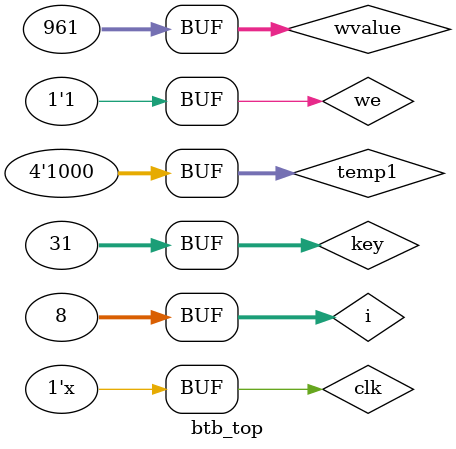
<source format=v>
module btb_top();
	wire found;
	wire [31:0] rvalue;
	reg clk,we;
	reg [31:0] key,wvalue;

	cam dut(.clk(clk),
			.we(we),
			.key(key),
			.instr_found(found),
			.wvalue(wvalue),
			.rvalue(rvalue)
		);

	always #5 clk = ~ clk;

	integer i;
	reg [3:0] temp1;

	initial begin 
	temp1 = 0;

	clk = 0;
	we = 0;
	key = 0;
	wvalue = 32;

	#20;
	for (i=0;i<8;i=i+1) begin
		key = {8{temp1}};
		temp1 = temp1 + 1;
		# 10;
	end
	
	#10;
	we = 1;
	key = 31;
	wvalue = 31;
	
	#10;
	we = 1;
	key = 32;
	wvalue = 32;
	
	#10;
	we = 1;
	key = 34;
	wvalue = 34;
	
	#10;
	we = 1;
	key = 33;
	wvalue = 33;
	
	#10;
	we = 1;
	key = 31;
	wvalue = 961;
	
	//$finish;
	end

endmodule

</source>
